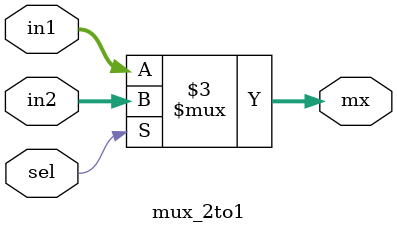
<source format=sv>
module mux_2to1 (
    input logic [7:0] in1, // перший вхід, шина 8 біт
    input logic [7:0] in2, // другий вхід, шина 8 біт
    input logic sel,       // керуючий сигнал
    output logic [7:0] mx  // вихід, шина 8 біт
);
    always_comb  
    begin
        if (sel) 
            mx = in2;
        else 
            mx = in1;
    end
endmodule
</source>
